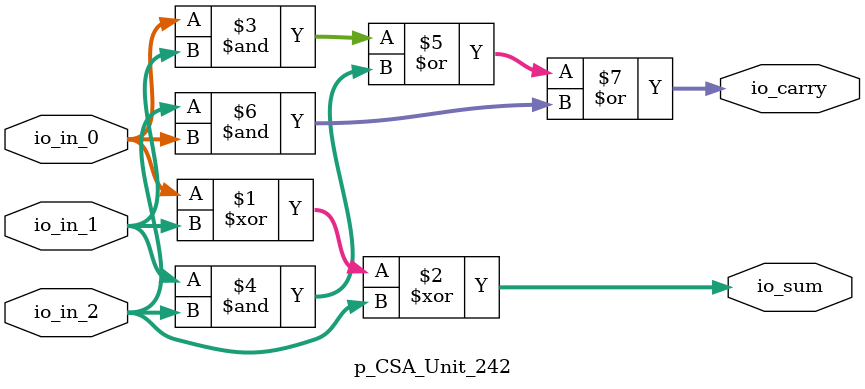
<source format=sv>
module p_CSA_Unit_242(
  input  [44:0] io_in_0,
                io_in_1,
                io_in_2,
  output [44:0] io_sum,
                io_carry
);

  assign io_sum = io_in_0 ^ io_in_1 ^ io_in_2;
  assign io_carry = io_in_0 & io_in_1 | io_in_1 & io_in_2 | io_in_2 & io_in_0;
endmodule


</source>
